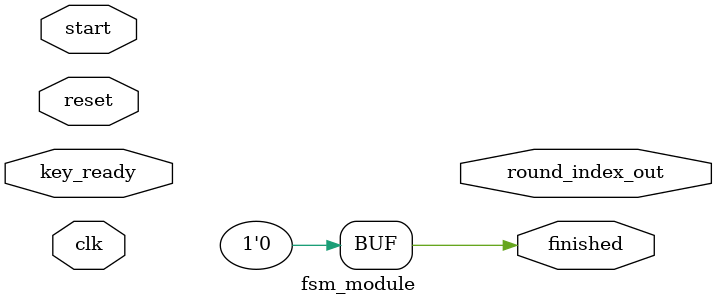
<source format=v>
module fsm_module(
    input clk, // System clock
    input reset,
    input start, // flag valid data/activate the process
    
    // interface for keygenerator
    input key_ready, // flag valid roundkeys
    output reg [3:0] round_index_out,
    
    // Result of Process
    output reg finished
);

reg [7:0] current_state; // current state
reg [7:0] next_state; //combinational next state

parameter RESULT = 8'b0000_0100;
parameter IDLE   = 8'b0000_0001;
parameter INIT   = 8'b0000_0010;
parameter LOAD1  = 8'b0000_0100;
parameter LOAD2  = 8'b0000_1010;
parameter MULT   = 8'b0001_0000;
parameter SQR    = 8'b0010_0000;

reg [3:0] round_index;        // currently processed round
reg [3:0] next_round_index; // next round, index for keygenerate

always @(start, current_state) begin
    case(current_state)
        IDLE: next_state = start ? INIT : IDLE;
        INIT: next_state = LOAD1;
        LOAD1: next_state = LOAD2;
        LOAD2: next_state = MULT;
        MULT: next_state = SQR;
        SQR: next_state = round_index == 4'd10 ? RESULT : MULT;
        RESULT: next_state = IDLE;
    endcase;
end

always @(current_state) begin
    // default values for finished, next_round_index
    finished = 1'b0;
    next_round_index = round_index;
    case(current_state)
        IDLE: next_round_index = 0;
        INIT: next_round_index = 0;
        LOAD1: next_round_index = 0;
        LOAD2: next_round_index = 0;
        SQR: next_round_index = round_index + 1'b1;
        RESULT: begin 
            next_round_index = 0;
            finished = 1'b1;
        end
    endcase;
end

always @(posedge clk, posedge reset) begin
    if (reset) begin
        current_state <= IDLE;
        round_index <= 0;
    end
    else begin
        current_state <= next_state;
        round_index <= next_round_index;
    end
end

endmodule
</source>
